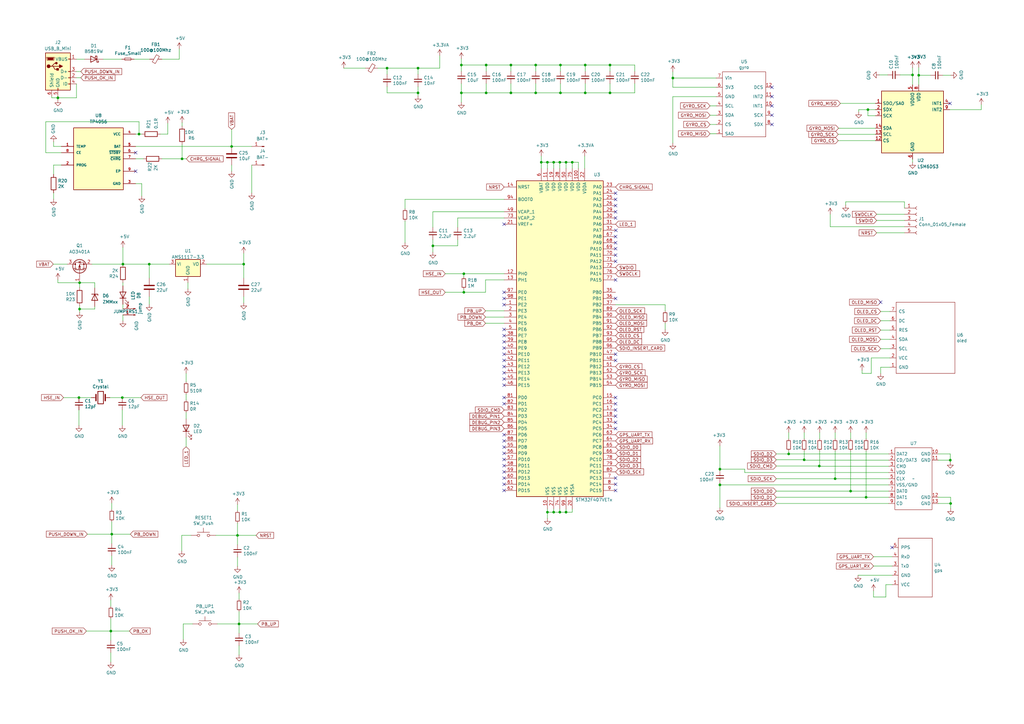
<source format=kicad_sch>
(kicad_sch (version 20230121) (generator eeschema)
  (paper "A3")
  (title_block (title "Licznik Motocyklowy") (date "2020-07-30") (company "Grzegorz Warchol"))
  (junction (at 94.996 60.071))
  (junction (at 50.165 163.068))
  (junction (at 329.819 188.595))
  (junction (at 229.616 66.548))
  (junction (at 99.949 108.331))
  (junction (at 227.076 210.058))
  (junction (at 209.55 26.67))
  (junction (at 57.023 54.991))
  (junction (at 250.19 38.1))
  (junction (at 190.246 119.888))
  (junction (at 229.616 210.058))
  (junction (at 171.45 38.1))
  (junction (at 336.042 191.135))
  (junction (at 50.419 108.331))
  (junction (at 240.03 26.67))
  (junction (at 23.749 40.132))
  (junction (at 189.23 26.67))
  (junction (at 45.847 219.075))
  (junction (at 323.469 186.182))
  (junction (at 45.466 258.826))
  (junction (at 158.75 27.94))
  (junction (at 219.71 38.1))
  (junction (at 355.981 44.958))
  (junction (at 355.219 203.962))
  (junction (at 97.409 219.583))
  (junction (at 342.519 196.342))
  (junction (at 234.696 66.548))
  (junction (at 219.71 26.67))
  (junction (at 171.45 27.94))
  (junction (at 389.89 206.502))
  (junction (at 232.156 66.548))
  (junction (at 189.23 38.1))
  (junction (at 190.246 112.268))
  (junction (at 199.39 26.67))
  (junction (at 232.156 210.058))
  (junction (at 374.269 30.734))
  (junction (at 389.763 188.722))
  (junction (at 224.536 210.058))
  (junction (at 199.39 38.1))
  (junction (at 250.19 26.67))
  (junction (at 177.546 100.838))
  (junction (at 229.87 38.1))
  (junction (at 32.639 126.746))
  (junction (at 227.076 66.548))
  (junction (at 275.971 32.004))
  (junction (at 348.869 201.422))
  (junction (at 224.536 66.548))
  (junction (at 376.809 30.861))
  (junction (at 209.55 38.1))
  (junction (at 221.996 66.548))
  (junction (at 295.275 198.882))
  (junction (at 240.03 38.1))
  (junction (at 229.87 26.67))
  (junction (at 74.676 65.151))
  (junction (at 32.385 163.068))
  (junction (at 61.214 108.331))
  (junction (at 295.275 192.405))
  (junction (at 32.639 115.951))
  (junction (at 98.044 255.905))
  (no_connect (at 252.476 196.088))
  (no_connect (at 252.476 81.788))
  (no_connect (at 252.476 114.808))
  (no_connect (at 252.476 79.248))
  (no_connect (at 252.476 84.328))
  (no_connect (at 206.756 119.888))
  (no_connect (at 206.756 180.848))
  (no_connect (at 316.611 43.434))
  (no_connect (at 206.756 185.928))
  (no_connect (at 316.611 35.814))
  (no_connect (at 252.476 175.768))
  (no_connect (at 252.603 94.488))
  (no_connect (at 252.476 101.981))
  (no_connect (at 252.476 99.568))
  (no_connect (at 252.476 163.068))
  (no_connect (at 206.756 198.628))
  (no_connect (at 252.476 122.428))
  (no_connect (at 206.756 191.008))
  (no_connect (at 252.476 198.628))
  (no_connect (at 316.611 39.624))
  (no_connect (at 55.626 62.611))
  (no_connect (at 206.756 150.368))
  (no_connect (at 206.756 140.208))
  (no_connect (at 206.756 201.168))
  (no_connect (at 389.636 42.418))
  (no_connect (at 206.756 147.828))
  (no_connect (at 252.476 145.288))
  (no_connect (at 206.756 155.448))
  (no_connect (at 252.476 201.168))
  (no_connect (at 361.188 123.952))
  (no_connect (at 206.756 152.908))
  (no_connect (at 252.476 165.608))
  (no_connect (at 206.756 142.748))
  (no_connect (at 316.611 51.054))
  (no_connect (at 206.756 163.068))
  (no_connect (at 252.476 170.688))
  (no_connect (at 316.611 47.244))
  (no_connect (at 252.476 89.408))
  (no_connect (at 206.756 122.428))
  (no_connect (at 206.756 183.388))
  (no_connect (at 206.756 135.128))
  (no_connect (at 365.887 224.536))
  (no_connect (at 206.756 193.548))
  (no_connect (at 206.756 145.288))
  (no_connect (at 206.756 137.668))
  (no_connect (at 206.756 157.988))
  (no_connect (at 206.756 196.088))
  (no_connect (at 252.476 168.148))
  (no_connect (at 252.476 173.228))
  (no_connect (at 206.756 124.968))
  (no_connect (at 206.756 91.948))
  (no_connect (at 206.756 178.308))
  (no_connect (at 55.626 70.231))
  (no_connect (at 206.756 165.608))
  (no_connect (at 252.476 97.028))
  (no_connect (at 252.476 147.828))
  (no_connect (at 252.476 104.648))
  (no_connect (at 206.756 188.468))
  (no_connect (at 252.476 107.188))
  (no_connect (at 252.476 86.868))
  (wire (pts (xy 260.35 29.21) (xy 260.35 26.67)))
  (wire (pts (xy 76.327 153.162) (xy 76.327 156.591)))
  (wire (pts (xy 219.71 34.29) (xy 219.71 38.1)))
  (wire (pts (xy 343.789 57.658) (xy 359.029 57.658)))
  (wire (pts (xy 18.796 62.611) (xy 18.796 49.911)))
  (wire (pts (xy 182.626 112.268) (xy 190.246 112.268)))
  (wire (pts (xy 166.116 90.678) (xy 166.116 99.568)))
  (wire (pts (xy 348.869 177.419) (xy 348.869 179.959)))
  (wire (pts (xy 209.55 26.67) (xy 199.39 26.67)))
  (wire (pts (xy 318.389 201.422) (xy 348.869 201.422)))
  (wire (pts (xy 99.949 121.666) (xy 99.949 124.206)))
  (wire (pts (xy 50.419 129.159) (xy 50.419 131.572)))
  (wire (pts (xy 45.847 219.075) (xy 45.847 213.995)))
  (wire (pts (xy 32.639 125.476) (xy 32.639 126.746)))
  (wire (pts (xy 272.796 124.968) (xy 272.796 127.508)))
  (wire (pts (xy 221.996 64.008) (xy 221.996 66.548)))
  (wire (pts (xy 374.269 27.813) (xy 374.269 30.734)))
  (wire (pts (xy 232.156 210.058) (xy 234.696 210.058)))
  (wire (pts (xy 21.971 71.501) (xy 21.971 67.691)))
  (wire (pts (xy 229.616 210.058) (xy 232.156 210.058)))
  (wire (pts (xy 342.519 185.039) (xy 342.519 196.342)))
  (wire (pts (xy 250.19 38.1) (xy 260.35 38.1)))
  (wire (pts (xy 177.546 98.298) (xy 177.546 100.838)))
  (wire (pts (xy 295.275 198.882) (xy 295.275 208.28)))
  (wire (pts (xy 97.409 209.423) (xy 97.409 206.883)))
  (wire (pts (xy 189.23 34.29) (xy 189.23 38.1)))
  (wire (pts (xy 38.862 126.746) (xy 38.862 125.73)))
  (wire (pts (xy 291.211 43.434) (xy 293.751 43.434)))
  (wire (pts (xy 76.327 169.164) (xy 76.327 171.831)))
  (wire (pts (xy 23.749 115.951) (xy 32.639 115.951)))
  (wire (pts (xy 42.291 24.257) (xy 49.911 24.257)))
  (wire (pts (xy 370.967 90.424) (xy 359.537 90.424)))
  (wire (pts (xy 158.75 27.94) (xy 158.75 30.48)))
  (wire (pts (xy 370.967 85.344) (xy 370.967 82.804)))
  (wire (pts (xy 275.971 29.464) (xy 275.971 32.004)))
  (wire (pts (xy 68.834 50.546) (xy 68.834 54.991)))
  (wire (pts (xy 323.469 186.182) (xy 364.49 186.182)))
  (wire (pts (xy 348.869 201.422) (xy 364.49 201.422)))
  (wire (pts (xy 32.639 126.746) (xy 32.639 128.016)))
  (wire (pts (xy 189.23 24.13) (xy 189.23 26.67)))
  (wire (pts (xy 21.209 40.132) (xy 23.749 40.132)))
  (wire (pts (xy 351.917 235.966) (xy 365.887 235.966)))
  (wire (pts (xy 45.466 258.826) (xy 45.466 253.746)))
  (wire (pts (xy 329.819 177.419) (xy 329.819 179.959)))
  (wire (pts (xy 50.419 124.841) (xy 50.419 126.619)))
  (wire (pts (xy 353.568 151.892) (xy 353.568 153.162)))
  (wire (pts (xy 227.076 208.788) (xy 227.076 210.058)))
  (wire (pts (xy 358.267 244.856) (xy 363.347 244.856)))
  (wire (pts (xy 318.389 191.135) (xy 336.042 191.135)))
  (wire (pts (xy 158.75 35.56) (xy 158.75 38.1)))
  (wire (pts (xy 166.116 81.788) (xy 166.116 85.598)))
  (wire (pts (xy 23.749 39.497) (xy 23.749 40.132)))
  (wire (pts (xy 206.756 81.788) (xy 166.116 81.788)))
  (wire (pts (xy 45.847 222.885) (xy 45.847 219.075)))
  (wire (pts (xy 343.916 52.578) (xy 359.029 52.578)))
  (wire (pts (xy 239.776 64.008) (xy 239.776 69.088)))
  (wire (pts (xy 336.042 191.262) (xy 364.49 191.262)))
  (wire (pts (xy 234.696 69.088) (xy 234.696 66.548)))
  (wire (pts (xy 209.55 38.1) (xy 219.71 38.1)))
  (wire (pts (xy 323.469 185.039) (xy 323.469 186.182)))
  (wire (pts (xy 206.756 127.508) (xy 199.136 127.508)))
  (wire (pts (xy 386.715 30.861) (xy 389.89 30.861)))
  (wire (pts (xy 209.55 34.29) (xy 209.55 38.1)))
  (wire (pts (xy 237.236 69.088) (xy 237.236 66.548)))
  (wire (pts (xy 221.996 66.548) (xy 221.996 69.088)))
  (wire (pts (xy 189.23 26.67) (xy 189.23 29.21)))
  (wire (pts (xy 31.369 40.132) (xy 23.749 40.132)))
  (wire (pts (xy 219.71 26.67) (xy 219.71 29.21)))
  (wire (pts (xy 229.87 26.67) (xy 219.71 26.67)))
  (wire (pts (xy 229.87 34.29) (xy 229.87 38.1)))
  (wire (pts (xy 209.55 26.67) (xy 209.55 29.21)))
  (wire (pts (xy 199.39 38.1) (xy 209.55 38.1)))
  (wire (pts (xy 55.626 60.071) (xy 94.996 60.071)))
  (wire (pts (xy 182.626 119.888) (xy 190.246 119.888)))
  (wire (pts (xy 260.35 38.1) (xy 260.35 34.29)))
  (wire (pts (xy 357.378 146.812) (xy 364.998 146.812)))
  (wire (pts (xy 370.967 82.804) (xy 346.837 82.804)))
  (wire (pts (xy 199.39 26.67) (xy 189.23 26.67)))
  (wire (pts (xy 348.869 201.422) (xy 348.869 185.039)))
  (wire (pts (xy 355.981 47.498) (xy 355.981 44.958)))
  (wire (pts (xy 360.68 30.734) (xy 364.109 30.734)))
  (wire (pts (xy 199.136 114.808) (xy 199.136 119.888)))
  (wire (pts (xy 275.971 32.004) (xy 293.751 32.004)))
  (wire (pts (xy 295.275 192.405) (xy 295.275 193.04)))
  (wire (pts (xy 55.626 75.311) (xy 58.166 75.311)))
  (wire (pts (xy 75.184 255.905) (xy 75.184 262.255)))
  (wire (pts (xy 364.998 127.762) (xy 361.188 127.762)))
  (wire (pts (xy 343.789 55.118) (xy 359.029 55.118)))
  (wire (pts (xy 73.533 24.257) (xy 73.533 20.066)))
  (wire (pts (xy 318.389 186.182) (xy 323.469 186.182)))
  (wire (pts (xy 45.466 248.666) (xy 45.466 246.126)))
  (wire (pts (xy 61.214 108.331) (xy 61.214 114.046)))
  (wire (pts (xy 50.165 163.068) (xy 57.785 163.068)))
  (wire (pts (xy 189.23 38.1) (xy 189.23 41.91)))
  (wire (pts (xy 50.419 115.951) (xy 50.419 117.221)))
  (wire (pts (xy 31.369 29.337) (xy 33.147 29.337)))
  (wire (pts (xy 229.616 66.548) (xy 227.076 66.548)))
  (wire (pts (xy 171.45 27.94) (xy 171.45 30.48)))
  (wire (pts (xy 232.156 208.788) (xy 232.156 210.058)))
  (wire (pts (xy 189.23 38.1) (xy 199.39 38.1)))
  (wire (pts (xy 364.49 193.802) (xy 305.435 193.802)))
  (wire (pts (xy 389.763 188.722) (xy 389.763 189.484)))
  (wire (pts (xy 389.509 44.958) (xy 402.463 44.958)))
  (wire (pts (xy 23.749 114.681) (xy 23.749 115.951)))
  (wire (pts (xy 355.219 177.419) (xy 355.219 179.959)))
  (wire (pts (xy 229.87 26.67) (xy 229.87 29.21)))
  (wire (pts (xy 21.209 39.497) (xy 21.209 40.132)))
  (wire (pts (xy 54.991 24.257) (xy 61.341 24.257)))
  (wire (pts (xy 275.971 35.814) (xy 293.751 35.814)))
  (wire (pts (xy 232.156 69.088) (xy 232.156 66.548)))
  (wire (pts (xy 88.519 219.583) (xy 97.409 219.583)))
  (wire (pts (xy 21.971 79.121) (xy 21.971 81.661)))
  (wire (pts (xy 358.267 232.156) (xy 365.887 232.156)))
  (wire (pts (xy 45.085 163.068) (xy 50.165 163.068)))
  (wire (pts (xy 25.146 62.611) (xy 18.796 62.611)))
  (wire (pts (xy 154.94 27.94) (xy 158.75 27.94)))
  (wire (pts (xy 35.814 219.075) (xy 45.847 219.075)))
  (wire (pts (xy 293.751 39.624) (xy 275.971 39.624)))
  (wire (pts (xy 250.19 26.67) (xy 250.19 29.21)))
  (wire (pts (xy 32.385 163.068) (xy 26.035 163.068)))
  (wire (pts (xy 295.275 198.12) (xy 295.275 198.882)))
  (wire (pts (xy 180.34 27.94) (xy 180.34 22.86)))
  (wire (pts (xy 140.97 27.94) (xy 149.86 27.94)))
  (wire (pts (xy 187.706 89.408) (xy 187.706 93.218)))
  (wire (pts (xy 272.796 132.588) (xy 272.796 135.128)))
  (wire (pts (xy 32.385 168.148) (xy 32.385 174.498)))
  (wire (pts (xy 364.49 198.882) (xy 295.275 198.882)))
  (wire (pts (xy 369.189 30.734) (xy 374.269 30.734)))
  (wire (pts (xy 229.616 69.088) (xy 229.616 66.548)))
  (wire (pts (xy 224.536 210.058) (xy 224.536 212.598)))
  (wire (pts (xy 305.435 192.405) (xy 295.275 192.405)))
  (wire (pts (xy 38.862 115.951) (xy 38.862 118.11)))
  (wire (pts (xy 224.536 69.088) (xy 224.536 66.548)))
  (wire (pts (xy 94.996 53.086) (xy 94.996 60.071)))
  (wire (pts (xy 98.044 255.905) (xy 98.044 250.825)))
  (wire (pts (xy 363.347 239.776) (xy 365.887 239.776)))
  (wire (pts (xy 66.421 65.151) (xy 74.676 65.151)))
  (wire (pts (xy 240.03 26.67) (xy 240.03 29.21)))
  (wire (pts (xy 21.971 67.691) (xy 25.146 67.691)))
  (wire (pts (xy 376.809 30.861) (xy 381.635 30.861)))
  (wire (pts (xy 384.81 203.962) (xy 389.89 203.962)))
  (wire (pts (xy 318.389 206.502) (xy 364.49 206.502)))
  (wire (pts (xy 99.949 108.331) (xy 99.949 114.046)))
  (wire (pts (xy 171.45 38.1) (xy 171.45 39.37)))
  (wire (pts (xy 295.275 182.88) (xy 295.275 192.405)))
  (wire (pts (xy 329.819 188.595) (xy 329.819 188.722)))
  (wire (pts (xy 89.154 255.905) (xy 98.044 255.905)))
  (wire (pts (xy 355.219 203.962) (xy 364.49 203.962)))
  (wire (pts (xy 45.847 208.915) (xy 45.847 206.375)))
  (wire (pts (xy 364.998 150.622) (xy 361.188 150.622)))
  (wire (pts (xy 97.409 219.583) (xy 105.029 219.583)))
  (wire (pts (xy 97.409 219.583) (xy 97.409 214.503)))
  (wire (pts (xy 352.171 45.847) (xy 352.171 44.958)))
  (wire (pts (xy 98.044 264.795) (xy 98.044 268.605)))
  (wire (pts (xy 206.756 132.588) (xy 199.136 132.588)))
  (wire (pts (xy 323.469 177.419) (xy 323.469 179.959)))
  (wire (pts (xy 31.369 34.417) (xy 31.369 40.132)))
  (wire (pts (xy 384.81 188.722) (xy 389.763 188.722)))
  (wire (pts (xy 234.696 66.548) (xy 232.156 66.548)))
  (wire (pts (xy 342.519 196.342) (xy 364.49 196.342)))
  (wire (pts (xy 355.981 44.958) (xy 359.029 44.958)))
  (wire (pts (xy 37.719 108.331) (xy 50.419 108.331)))
  (wire (pts (xy 291.211 54.864) (xy 293.751 54.864)))
  (wire (pts (xy 361.188 139.192) (xy 364.998 139.192)))
  (wire (pts (xy 171.45 27.94) (xy 180.34 27.94)))
  (wire (pts (xy 402.463 44.958) (xy 402.463 42.926)))
  (wire (pts (xy 177.546 86.868) (xy 206.756 86.868)))
  (wire (pts (xy 318.389 188.595) (xy 329.819 188.595)))
  (wire (pts (xy 240.03 34.29) (xy 240.03 38.1)))
  (wire (pts (xy 229.87 38.1) (xy 240.03 38.1)))
  (wire (pts (xy 50.419 108.331) (xy 61.214 108.331)))
  (wire (pts (xy 158.75 27.94) (xy 171.45 27.94)))
  (wire (pts (xy 363.347 244.856) (xy 363.347 239.776)))
  (wire (pts (xy 98.044 245.745) (xy 98.044 243.205)))
  (wire (pts (xy 78.359 219.583) (xy 74.549 219.583)))
  (wire (pts (xy 99.949 103.886) (xy 99.949 108.331)))
  (wire (pts (xy 359.029 47.498) (xy 355.981 47.498)))
  (wire (pts (xy 355.219 185.039) (xy 355.219 203.962)))
  (wire (pts (xy 34.671 24.257) (xy 31.369 24.257)))
  (wire (pts (xy 21.844 108.331) (xy 27.559 108.331)))
  (wire (pts (xy 94.996 60.071) (xy 103.251 60.071)))
  (wire (pts (xy 389.89 203.962) (xy 389.89 206.502)))
  (wire (pts (xy 224.536 66.548) (xy 221.996 66.548)))
  (wire (pts (xy 23.749 40.132) (xy 23.749 40.894)))
  (wire (pts (xy 45.466 258.826) (xy 53.086 258.826)))
  (wire (pts (xy 21.971 60.071) (xy 25.146 60.071)))
  (wire (pts (xy 74.549 219.583) (xy 74.549 225.933)))
  (wire (pts (xy 361.188 131.572) (xy 364.998 131.572)))
  (wire (pts (xy 58.166 75.311) (xy 58.166 80.391)))
  (wire (pts (xy 374.269 34.798) (xy 374.269 30.734)))
  (wire (pts (xy 234.696 208.788) (xy 234.696 210.058)))
  (wire (pts (xy 384.937 186.182) (xy 389.763 186.182)))
  (wire (pts (xy 389.763 186.182) (xy 389.763 188.722)))
  (wire (pts (xy 97.409 228.473) (xy 97.409 232.283)))
  (wire (pts (xy 329.819 185.039) (xy 329.819 188.595)))
  (wire (pts (xy 384.81 206.502) (xy 389.89 206.502)))
  (wire (pts (xy 365.887 228.346) (xy 358.267 228.346)))
  (wire (pts (xy 227.076 69.088) (xy 227.076 66.548)))
  (wire (pts (xy 76.327 179.451) (xy 76.327 183.261)))
  (wire (pts (xy 57.023 49.911) (xy 57.023 54.991)))
  (wire (pts (xy 199.136 130.048) (xy 206.756 130.048)))
  (wire (pts (xy 18.796 49.911) (xy 57.023 49.911)))
  (wire (pts (xy 260.35 26.67) (xy 250.19 26.67)))
  (wire (pts (xy 190.246 112.268) (xy 206.756 112.268)))
  (wire (pts (xy 342.519 177.419) (xy 342.519 179.959)))
  (wire (pts (xy 187.706 98.298) (xy 187.706 100.838)))
  (wire (pts (xy 199.39 34.29) (xy 199.39 38.1)))
  (wire (pts (xy 240.03 38.1) (xy 250.19 38.1)))
  (wire (pts (xy 171.45 35.56) (xy 171.45 38.1)))
  (wire (pts (xy 50.419 101.473) (xy 50.419 108.331)))
  (wire (pts (xy 227.076 210.058) (xy 224.536 210.058)))
  (wire (pts (xy 57.023 54.991) (xy 58.166 54.991)))
  (wire (pts (xy 232.156 66.548) (xy 229.616 66.548)))
  (wire (pts (xy 250.19 34.29) (xy 250.19 38.1)))
  (wire (pts (xy 74.676 50.292) (xy 74.676 51.689)))
  (wire (pts (xy 76.327 161.671) (xy 76.327 164.084)))
  (wire (pts (xy 32.639 115.951) (xy 32.639 117.856)))
  (wire (pts (xy 50.165 168.148) (xy 50.165 174.498)))
  (wire (pts (xy 227.076 210.058) (xy 229.616 210.058)))
  (wire (pts (xy 55.626 54.991) (xy 57.023 54.991)))
  (wire (pts (xy 361.188 150.622) (xy 361.188 153.162)))
  (wire (pts (xy 275.971 35.814) (xy 275.971 32.004)))
  (wire (pts (xy 98.044 259.715) (xy 98.044 255.905)))
  (wire (pts (xy 190.246 119.888) (xy 190.246 118.618)))
  (wire (pts (xy 66.421 24.257) (xy 73.533 24.257)))
  (wire (pts (xy 65.786 54.991) (xy 68.834 54.991)))
  (wire (pts (xy 370.967 95.504) (xy 359.537 95.504)))
  (wire (pts (xy 187.706 100.838) (xy 177.546 100.838)))
  (wire (pts (xy 158.75 38.1) (xy 171.45 38.1)))
  (wire (pts (xy 61.214 121.666) (xy 61.214 124.841)))
  (wire (pts (xy 55.626 65.151) (xy 58.801 65.151)))
  (wire (pts (xy 32.385 163.068) (xy 37.465 163.068)))
  (wire (pts (xy 74.676 65.151) (xy 76.454 65.151)))
  (wire (pts (xy 32.639 115.951) (xy 38.862 115.951)))
  (wire (pts (xy 31.369 31.877) (xy 33.147 31.877)))
  (wire (pts (xy 318.389 203.962) (xy 355.219 203.962)))
  (wire (pts (xy 97.409 223.393) (xy 97.409 219.583)))
  (wire (pts (xy 361.188 135.382) (xy 364.998 135.382)))
  (wire (pts (xy 94.996 67.691) (xy 94.996 70.231)))
  (wire (pts (xy 206.756 114.808) (xy 199.136 114.808)))
  (wire (pts (xy 370.967 87.884) (xy 359.537 87.884)))
  (wire (pts (xy 336.042 191.135) (xy 336.169 191.135)))
  (wire (pts (xy 346.837 82.804) (xy 346.837 84.074)))
  (wire (pts (xy 370.967 92.964) (xy 340.487 92.964)))
  (wire (pts (xy 45.466 267.716) (xy 45.466 271.526)))
  (wire (pts (xy 305.435 193.802) (xy 305.435 192.405)))
  (wire (pts (xy 340.487 92.964) (xy 340.487 87.884)))
  (wire (pts (xy 252.476 124.968) (xy 272.796 124.968)))
  (wire (pts (xy 78.994 255.905) (xy 75.184 255.905)))
  (wire (pts (xy 291.211 51.054) (xy 293.751 51.054)))
  (wire (pts (xy 190.246 112.268) (xy 190.246 113.538)))
  (wire (pts (xy 45.847 227.965) (xy 45.847 231.775)))
  (wire (pts (xy 32.639 126.746) (xy 38.862 126.746)))
  (wire (pts (xy 177.546 100.838) (xy 177.546 103.378)))
  (wire (pts (xy 227.076 66.548) (xy 224.536 66.548)))
  (wire (pts (xy 77.089 115.951) (xy 77.089 118.491)))
  (wire (pts (xy 187.706 89.408) (xy 206.756 89.408)))
  (wire (pts (xy 219.71 26.67) (xy 209.55 26.67)))
  (wire (pts (xy 353.568 153.162) (xy 357.378 153.162)))
  (wire (pts (xy 329.819 188.722) (xy 364.49 188.722)))
  (wire (pts (xy 103.251 67.691) (xy 103.251 79.121)))
  (wire (pts (xy 84.709 108.331) (xy 99.949 108.331)))
  (wire (pts (xy 229.616 208.788) (xy 229.616 210.058)))
  (wire (pts (xy 250.19 26.67) (xy 240.03 26.67)))
  (wire (pts (xy 358.267 242.316) (xy 358.267 244.856)))
  (wire (pts (xy 361.188 143.002) (xy 364.998 143.002)))
  (wire (pts (xy 177.546 86.868) (xy 177.546 93.218)))
  (wire (pts (xy 291.211 47.244) (xy 293.751 47.244)))
  (wire (pts (xy 35.433 258.826) (xy 45.466 258.826)))
  (wire (pts (xy 376.809 34.798) (xy 376.809 30.861)))
  (wire (pts (xy 224.536 208.788) (xy 224.536 210.058)))
  (wire (pts (xy 74.676 59.309) (xy 74.676 65.151)))
  (wire (pts (xy 318.389 196.342) (xy 342.519 196.342)))
  (wire (pts (xy 374.269 65.278) (xy 374.269 66.548)))
  (wire (pts (xy 336.169 177.419) (xy 336.169 179.959)))
  (wire (pts (xy 219.71 38.1) (xy 229.87 38.1)))
  (wire (pts (xy 357.378 153.162) (xy 357.378 146.812)))
  (wire (pts (xy 21.971 58.166) (xy 21.971 60.071)))
  (wire (pts (xy 336.169 185.039) (xy 336.169 191.135)))
  (wire (pts (xy 240.03 26.67) (xy 229.87 26.67)))
  (wire (pts (xy 389.89 206.502) (xy 389.89 208.534)))
  (wire (pts (xy 352.171 44.958) (xy 355.981 44.958)))
  (wire (pts (xy 45.847 219.075) (xy 53.467 219.075)))
  (wire (pts (xy 61.214 108.331) (xy 69.469 108.331)))
  (wire (pts (xy 344.678 42.418) (xy 359.029 42.418)))
  (wire (pts (xy 275.971 39.624) (xy 275.971 58.674)))
  (wire (pts (xy 199.39 26.67) (xy 199.39 29.21)))
  (wire (pts (xy 98.044 255.905) (xy 105.664 255.905)))
  (wire (pts (xy 336.042 191.262) (xy 336.042 191.135)))
  (wire (pts (xy 45.466 262.636) (xy 45.466 258.826)))
  (wire (pts (xy 237.236 66.548) (xy 234.696 66.548)))
  (wire (pts (xy 199.136 119.888) (xy 190.246 119.888)))
  (wire (pts (xy 376.809 27.686) (xy 376.809 30.861)))
  (global_label "GYRO_CS" (shape input) (at 252.476 150.368 0) (property "Intersheetrefs" "${INTERSHEET_REFS}" (effects hide)))
  (global_label "GYRO_SCK" (shape input) (at 252.476 152.908 0) (property "Intersheetrefs" "${INTERSHEET_REFS}" (effects hide)))
  (global_label "GPS_UART_TX" (shape input) (at 358.267 228.346 180) (property "Intersheetrefs" "${INTERSHEET_REFS}" (effects hide)))
  (global_label "GYRO_CS" (shape input) (at 291.211 51.054 180) (property "Intersheetrefs" "${INTERSHEET_REFS}" (effects hide)))
  (global_label "GYRO_SCK" (shape input) (at 291.211 43.434 180) (property "Intersheetrefs" "${INTERSHEET_REFS}" (effects hide)))
  (global_label "NRST" (shape input) (at 359.537 95.504 180) (property "Intersheetrefs" "${INTERSHEET_REFS}" (effects hide)))
  (global_label "LED_1" (shape input) (at 252.476 91.948 0) (property "Intersheetrefs" "${INTERSHEET_REFS}" (effects hide)))
  (global_label "PB_OK" (shape input) (at 199.136 132.588 180) (property "Intersheetrefs" "${INTERSHEET_REFS}" (effects hide)))
  (global_label "SDIO_D1" (shape input) (at 252.476 185.928 0) (property "Intersheetrefs" "${INTERSHEET_REFS}" (effects hide)))
  (global_label "OLED_DC" (shape input) (at 361.188 131.572 180) (property "Intersheetrefs" "${INTERSHEET_REFS}" (effects hide)))
  (global_label "GYRO_MOSI" (shape input) (at 252.476 157.988 0) (property "Intersheetrefs" "${INTERSHEET_REFS}" (effects hide)))
  (global_label "CHRG_SIGNAL" (shape input) (at 252.476 76.708 0) (property "Intersheetrefs" "${INTERSHEET_REFS}" (effects hide)))
  (global_label "OLED_MOSI" (shape input) (at 361.188 139.192 180) (property "Intersheetrefs" "${INTERSHEET_REFS}" (effects hide)))
  (global_label "GPS_UART_RX" (shape input) (at 358.267 232.156 180) (property "Intersheetrefs" "${INTERSHEET_REFS}" (effects hide)))
  (global_label "DEBUG_PIN2" (shape input) (at 206.756 173.228 180) (property "Intersheetrefs" "${INTERSHEET_REFS}" (effects hide)))
  (global_label "SWDIO" (shape input) (at 359.537 90.424 180) (property "Intersheetrefs" "${INTERSHEET_REFS}" (effects hide)))
  (global_label "GPS_UART_TX" (shape input) (at 252.476 178.308 0) (property "Intersheetrefs" "${INTERSHEET_REFS}" (effects hide)))
  (global_label "NRST" (shape input) (at 206.756 76.708 180) (property "Intersheetrefs" "${INTERSHEET_REFS}" (effects hide)))
  (global_label "OLED_CS" (shape input) (at 361.188 127.762 180) (property "Intersheetrefs" "${INTERSHEET_REFS}" (effects hide)))
  (global_label "SDIO_INSERT_CARD" (shape input) (at 318.389 206.502 180) (property "Intersheetrefs" "${INTERSHEET_REFS}" (effects hide)))
  (global_label "PUSH_DOWN_IN" (shape input) (at 33.147 29.337 0) (property "Intersheetrefs" "${INTERSHEET_REFS}" (effects hide)))
  (global_label "SWDCLK" (shape input) (at 252.476 112.268 0) (property "Intersheetrefs" "${INTERSHEET_REFS}" (effects hide)))
  (global_label "OLED_MOSI" (shape input) (at 252.476 132.588 0) (property "Intersheetrefs" "${INTERSHEET_REFS}" (effects hide)))
  (global_label "SDIO_D0" (shape input) (at 252.476 183.388 0) (property "Intersheetrefs" "${INTERSHEET_REFS}" (effects hide)))
  (global_label "PB_DOWN" (shape input) (at 53.467 219.075 0) (property "Intersheetrefs" "${INTERSHEET_REFS}" (effects hide)))
  (global_label "HSE_IN" (shape input) (at 26.035 163.068 180) (property "Intersheetrefs" "${INTERSHEET_REFS}" (effects hide)))
  (global_label "OLED_MISO" (shape input) (at 252.476 130.048 0) (property "Intersheetrefs" "${INTERSHEET_REFS}" (effects hide)))
  (global_label "OLED_DC" (shape input) (at 252.476 140.208 0) (property "Intersheetrefs" "${INTERSHEET_REFS}" (effects hide)))
  (global_label "OLED_CS" (shape input) (at 252.476 137.668 0) (property "Intersheetrefs" "${INTERSHEET_REFS}" (effects hide)))
  (global_label "HSE_IN" (shape input) (at 182.626 112.268 180) (property "Intersheetrefs" "${INTERSHEET_REFS}" (effects hide)))
  (global_label "OLED_RST" (shape input) (at 252.476 135.128 0) (property "Intersheetrefs" "${INTERSHEET_REFS}" (effects hide)))
  (global_label "SDIO_D2" (shape input) (at 318.389 186.182 180) (property "Intersheetrefs" "${INTERSHEET_REFS}" (effects hide)))
  (global_label "PB_UP" (shape input) (at 105.664 255.905 0) (property "Intersheetrefs" "${INTERSHEET_REFS}" (effects hide)))
  (global_label "OLED_SCK" (shape input) (at 252.476 127.508 0) (property "Intersheetrefs" "${INTERSHEET_REFS}" (effects hide)))
  (global_label "SDIO_CMD" (shape input) (at 318.389 191.135 180) (property "Intersheetrefs" "${INTERSHEET_REFS}" (effects hide)))
  (global_label "LED_1" (shape input) (at 76.327 183.261 270) (property "Intersheetrefs" "${INTERSHEET_REFS}" (effects hide)))
  (global_label "GYRO_MISO" (shape input) (at 252.476 155.448 0) (property "Intersheetrefs" "${INTERSHEET_REFS}" (effects hide)))
  (global_label "GYRO_MOSI" (shape input) (at 291.211 47.244 180) (property "Intersheetrefs" "${INTERSHEET_REFS}" (effects hide)))
  (global_label "OLED_RST" (shape input) (at 361.188 135.382 180) (property "Intersheetrefs" "${INTERSHEET_REFS}" (effects hide)))
  (global_label "VBAT" (shape input) (at 94.996 53.086 90) (property "Intersheetrefs" "${INTERSHEET_REFS}" (effects hide)))
  (global_label "PUSH_OK_IN" (shape input) (at 33.147 31.877 0) (property "Intersheetrefs" "${INTERSHEET_REFS}" (effects hide)))
  (global_label "HSE_OUT" (shape input) (at 182.626 119.888 180) (property "Intersheetrefs" "${INTERSHEET_REFS}" (effects hide)))
  (global_label "GYRO_MISO" (shape input) (at 344.678 42.418 180) (property "Intersheetrefs" "${INTERSHEET_REFS}" (effects hide)))
  (global_label "PB_UP" (shape input) (at 199.136 127.508 180) (property "Intersheetrefs" "${INTERSHEET_REFS}" (effects hide)))
  (global_label "DEBUG_PIN1" (shape input) (at 206.756 170.688 180) (property "Intersheetrefs" "${INTERSHEET_REFS}" (effects hide)))
  (global_label "NRST" (shape input) (at 105.029 219.583 0) (property "Intersheetrefs" "${INTERSHEET_REFS}" (effects hide)))
  (global_label "PB_OK" (shape input) (at 53.086 258.826 0) (property "Intersheetrefs" "${INTERSHEET_REFS}" (effects hide)))
  (global_label "DEBUG_PIN3" (shape input) (at 206.756 175.768 180) (property "Intersheetrefs" "${INTERSHEET_REFS}" (effects hide)))
  (global_label "OLED_MISO" (shape input) (at 361.188 123.952 180) (property "Intersheetrefs" "${INTERSHEET_REFS}" (effects hide)))
  (global_label "SDIO_D0" (shape input) (at 318.389 201.422 180) (property "Intersheetrefs" "${INTERSHEET_REFS}" (effects hide)))
  (global_label "PB_DOWN" (shape input) (at 199.136 130.048 180) (property "Intersheetrefs" "${INTERSHEET_REFS}" (effects hide)))
  (global_label "SWDIO" (shape input) (at 252.476 109.728 0) (property "Intersheetrefs" "${INTERSHEET_REFS}" (effects hide)))
  (global_label "SDIO_INSERT_CARD" (shape input) (at 252.476 142.748 0) (property "Intersheetrefs" "${INTERSHEET_REFS}" (effects hide)))
  (global_label "SDIO_D1" (shape input) (at 318.389 203.962 180) (property "Intersheetrefs" "${INTERSHEET_REFS}" (effects hide)))
  (global_label "OLED_SCK" (shape input) (at 361.188 143.002 180) (property "Intersheetrefs" "${INTERSHEET_REFS}" (effects hide)))
  (global_label "GYRO_MOSI" (shape input) (at 343.916 52.578 180) (property "Intersheetrefs" "${INTERSHEET_REFS}" (effects hide)))
  (global_label "SWDCLK" (shape input) (at 359.537 87.884 180) (property "Intersheetrefs" "${INTERSHEET_REFS}" (effects hide)))
  (global_label "VBAT" (shape input) (at 21.844 108.331 180) (property "Intersheetrefs" "${INTERSHEET_REFS}" (effects hide)))
  (global_label "PUSH_OK_IN" (shape input) (at 35.433 258.826 180) (property "Intersheetrefs" "${INTERSHEET_REFS}" (effects hide)))
  (global_label "GYRO_CS" (shape input) (at 343.789 57.658 180) (property "Intersheetrefs" "${INTERSHEET_REFS}" (effects hide)))
  (global_label "SDIO_D2" (shape input) (at 252.476 188.468 0) (property "Intersheetrefs" "${INTERSHEET_REFS}" (effects hide)))
  (global_label "SDIO_D3" (shape input) (at 252.476 191.008 0) (property "Intersheetrefs" "${INTERSHEET_REFS}" (effects hide)))
  (global_label "GPS_UART_RX" (shape input) (at 252.476 180.848 0) (property "Intersheetrefs" "${INTERSHEET_REFS}" (effects hide)))
  (global_label "SDIO_SCK" (shape input) (at 252.476 193.548 0) (property "Intersheetrefs" "${INTERSHEET_REFS}" (effects hide)))
  (global_label "GYRO_SCK" (shape input) (at 343.789 55.118 180) (property "Intersheetrefs" "${INTERSHEET_REFS}" (effects hide)))
  (global_label "HSE_OUT" (shape input) (at 57.785 163.068 0) (property "Intersheetrefs" "${INTERSHEET_REFS}" (effects hide)))
  (global_label "CHRG_SIGNAL" (shape input) (at 76.454 65.151 0) (property "Intersheetrefs" "${INTERSHEET_REFS}" (effects hide)))
  (global_label "GYRO_MISO" (shape input) (at 291.211 54.864 180) (property "Intersheetrefs" "${INTERSHEET_REFS}" (effects hide)))
  (global_label "SDIO_SCK" (shape input) (at 318.389 196.342 180) (property "Intersheetrefs" "${INTERSHEET_REFS}" (effects hide)))
  (global_label "SDIO_D3" (shape input) (at 318.389 188.595 180) (property "Intersheetrefs" "${INTERSHEET_REFS}" (effects hide)))
  (global_label "SDIO_CMD" (shape input) (at 206.756 168.148 180) (property "Intersheetrefs" "${INTERSHEET_REFS}" (effects hide)))
  (global_label "PUSH_DOWN_IN" (shape input) (at 35.814 219.075 180) (property "Intersheetrefs" "${INTERSHEET_REFS}" (effects hide)))
  (symbol (lib_id "licznik-rescue:STM32F407VETx-MCU_ST_STM32F4") (at 229.616 137.668 0) (unit 1)
    (property "Reference" "U3" (at 244.856 71.628 0))
    (property "Value" "STM32F407VETx" (at 243.586 204.978 0))
    (property "Footprint" "Package_QFP:LQFP-100_14x14mm_P0.5mm" (effects hide))
    (property "Datasheet" "http://www.st.com/st-web-ui/static/active/en/resource/technical/document/datasheet/DM00037051.pdf" (effects hide))
  )
  (symbol (lib_id "licznik-rescue:Ferrite_Bead_Small-Device") (at 63.881 24.257 270) (unit 1)
    (property "Reference" "FB1" (at 63.881 18.2372 90))
    (property "Value" "100@100Mhz" (at 63.881 20.5486 90))
    (property "Footprint" "Inductor_SMD:L_0805_2012Metric" (effects hide))
  )
  (symbol (lib_id "Device:Fuse_Small") (at 52.451 24.257 0) (unit 1)
    (property "Reference" "F1" (at 52.451 19.558 0))
    (property "Value" "Fuse_Small" (at 52.451 21.8694 0))
    (property "Footprint" "Fuse:Fuse_0805_2012Metric" (effects hide))
  )
  (symbol (lib_id "Device:D_Schottky") (at 38.481 24.257 180) (unit 1)
    (property "Reference" "D1" (at 38.481 18.7706 0))
    (property "Value" "B5819W" (at 38.481 21.082 0))
    (property "Footprint" "Diode_SMD:D_SOD-123" (effects hide))
  )
  (symbol (lib_id "licznik-rescue:+3.3V-power") (at 221.996 64.008 0) (unit 1)
    (property "Reference" "#PWR0105" (effects hide))
    (property "Value" "+3.3V" (at 222.377 59.6138 0))
  )
  (symbol (lib_id "licznik-rescue:+3.3V-power") (at 140.97 27.94 0) (unit 1)
    (property "Reference" "#PWR0106" (effects hide))
    (property "Value" "+3.3V" (at 141.351 23.5458 0))
  )
  (symbol (lib_id "licznik-rescue:Ferrite_Bead_Small-Device") (at 152.4 27.94 270) (unit 1)
    (property "Reference" "FB2" (at 152.4 21.9202 90))
    (property "Value" "100@100Mhz" (at 152.4 24.2316 90))
    (property "Footprint" "Inductor_SMD:L_0805_2012Metric" (effects hide))
  )
  (symbol (lib_id "Device:C_Small") (at 158.75 33.02 0) (unit 1)
    (property "Reference" "C12" (at 161.0868 31.8516 0) (effects (justify left)))
    (property "Value" "100nF" (at 161.0868 34.163 0) (effects (justify left)))
    (property "Footprint" "Capacitor_SMD:C_0805_2012Metric" (effects hide))
  )
  (symbol (lib_id "Device:C_Small") (at 171.45 33.02 0) (unit 1)
    (property "Reference" "C14" (at 173.7868 31.8516 0) (effects (justify left)))
    (property "Value" "10nF" (at 173.7868 34.163 0) (effects (justify left)))
    (property "Footprint" "Capacitor_SMD:C_0805_2012Metric" (effects hide))
  )
  (symbol (lib_id "power:GND") (at 171.45 39.37 0) (unit 1)
    (property "Reference" "#PWR0107" (effects hide))
    (property "Value" "GND" (at 171.577 43.7642 0))
  )
  (symbol (lib_id "power:+3.3VA") (at 180.34 22.86 0) (unit 1)
    (property "Reference" "#PWR0109" (effects hide))
    (property "Value" "+3.3VA" (at 180.721 18.4658 0))
  )
  (symbol (lib_id "power:+3.3VA") (at 239.776 64.008 0) (unit 1)
    (property "Reference" "#PWR0110" (effects hide))
    (property "Value" "+3.3VA" (at 240.157 59.6138 0))
  )
  (symbol (lib_id "power:GND") (at 224.536 212.598 0) (unit 1)
    (property "Reference" "#PWR0111" (effects hide))
    (property "Value" "GND" (at 224.663 216.9922 0))
  )
  (symbol (lib_id "Device:C_Small") (at 209.55 31.75 0) (unit 1)
    (property "Reference" "C17" (at 211.8868 30.5816 0) (effects (justify left)))
    (property "Value" "100nF" (at 211.8868 32.893 0) (effects (justify left)))
    (property "Footprint" "Capacitor_SMD:C_0805_2012Metric" (effects hide))
  )
  (symbol (lib_id "Device:C_Small") (at 219.71 31.75 0) (unit 1)
    (property "Reference" "C18" (at 222.0468 30.5816 0) (effects (justify left)))
    (property "Value" "100nF" (at 222.0468 32.893 0) (effects (justify left)))
    (property "Footprint" "Capacitor_SMD:C_0805_2012Metric" (effects hide))
  )
  (symbol (lib_id "Device:C_Small") (at 229.87 31.75 0) (unit 1)
    (property "Reference" "C19" (at 232.2068 30.5816 0) (effects (justify left)))
    (property "Value" "100nF" (at 232.2068 32.893 0) (effects (justify left)))
    (property "Footprint" "Capacitor_SMD:C_0805_2012Metric" (effects hide))
  )
  (symbol (lib_id "Device:C_Small") (at 240.03 31.75 0) (unit 1)
    (property "Reference" "C20" (at 242.3668 30.5816 0) (effects (justify left)))
    (property "Value" "100nF" (at 242.3668 32.893 0) (effects (justify left)))
    (property "Footprint" "Capacitor_SMD:C_0805_2012Metric" (effects hide))
  )
  (symbol (lib_id "Device:C_Small") (at 250.19 31.75 0) (unit 1)
    (property "Reference" "C21" (at 252.5268 30.5816 0) (effects (justify left)))
    (property "Value" "100nF" (at 252.5268 32.893 0) (effects (justify left)))
    (property "Footprint" "Capacitor_SMD:C_0805_2012Metric" (effects hide))
  )
  (symbol (lib_id "Device:C_Small") (at 260.35 31.75 0) (unit 1)
    (property "Reference" "C22" (at 262.6868 30.5816 0) (effects (justify left)))
    (property "Value" "100nF" (at 262.6868 32.893 0) (effects (justify left)))
    (property "Footprint" "Capacitor_SMD:C_0805_2012Metric" (effects hide))
  )
  (symbol (lib_id "Device:C_Small") (at 199.39 31.75 0) (unit 1)
    (property "Reference" "C16" (at 201.7268 30.5816 0) (effects (justify left)))
    (property "Value" "100nF" (at 201.7268 32.893 0) (effects (justify left)))
    (property "Footprint" "Capacitor_SMD:C_0805_2012Metric" (effects hide))
  )
  (symbol (lib_id "Device:C_Small") (at 189.23 31.75 0) (unit 1)
    (property "Reference" "C15" (at 191.5668 30.5816 0) (effects (justify left)))
    (property "Value" "10uF" (at 191.5668 32.893 0) (effects (justify left)))
    (property "Footprint" "Capacitor_SMD:C_0805_2012Metric" (effects hide))
  )
  (symbol (lib_id "licznik-rescue:+3.3V-power") (at 189.23 24.13 0) (unit 1)
    (property "Reference" "#PWR0112" (effects hide))
    (property "Value" "+3.3V" (at 189.611 19.7358 0))
  )
  (symbol (lib_id "power:GND") (at 189.23 41.91 0) (unit 1)
    (property "Reference" "#PWR0113" (effects hide))
    (property "Value" "GND" (at 189.357 46.3042 0))
  )
  (symbol (lib_id "Device:C_Small") (at 177.546 95.758 0) (unit 1)
    (property "Reference" "C11" (at 179.8828 94.5896 0) (effects (justify left)))
    (property "Value" "2.2uF" (at 179.8828 96.901 0) (effects (justify left)))
    (property "Footprint" "Capacitor_SMD:C_0805_2012Metric" (effects hide))
  )
  (symbol (lib_id "Device:C_Small") (at 187.706 95.758 0) (unit 1)
    (property "Reference" "C13" (at 190.0428 94.5896 0) (effects (justify left)))
    (property "Value" "2.2uF" (at 190.0428 96.901 0) (effects (justify left)))
    (property "Footprint" "Capacitor_SMD:C_0805_2012Metric" (effects hide))
  )
  (symbol (lib_id "power:GND") (at 177.546 103.378 0) (unit 1)
    (property "Reference" "#PWR0114" (effects hide))
    (property "Value" "GND" (at 177.673 107.7722 0))
  )
  (symbol (lib_id "Device:R_Small") (at 166.116 88.138 180) (unit 1)
    (property "Reference" "R8" (at 167.6146 86.9696 0) (effects (justify right)))
    (property "Value" "10K" (at 167.6146 89.281 0) (effects (justify right)))
    (property "Footprint" "Resistor_SMD:R_0805_2012Metric" (effects hide))
  )
  (symbol (lib_id "power:GND") (at 166.116 99.568 0) (unit 1)
    (property "Reference" "#PWR0115" (effects hide))
    (property "Value" "GND" (at 166.243 103.9622 0))
  )
  (symbol (lib_id "Device:R_Small") (at 272.796 130.048 180) (unit 1)
    (property "Reference" "R9" (at 274.2946 128.8796 0) (effects (justify right)))
    (property "Value" "10K" (at 274.2946 131.191 0) (effects (justify right)))
    (property "Footprint" "Resistor_SMD:R_0805_2012Metric" (effects hide))
  )
  (symbol (lib_id "power:GND") (at 272.796 135.128 0) (unit 1)
    (property "Reference" "#PWR0116" (effects hide))
    (property "Value" "GND" (at 272.923 139.5222 0))
  )
  (symbol (lib_id "Device:C_Small") (at 32.385 165.608 0) (unit 1)
    (property "Reference" "C1" (at 34.7218 164.4396 0) (effects (justify left)))
    (property "Value" "12pF" (at 34.7218 166.751 0) (effects (justify left)))
    (property "Footprint" "Capacitor_SMD:C_0805_2012Metric" (effects hide))
  )
  (symbol (lib_id "Device:C_Small") (at 50.165 165.608 0) (unit 1)
    (property "Reference" "C6" (at 52.5018 164.4396 0) (effects (justify left)))
    (property "Value" "12pF" (at 52.5018 166.751 0) (effects (justify left)))
    (property "Footprint" "Capacitor_SMD:C_0805_2012Metric" (effects hide))
  )
  (symbol (lib_id "power:GND") (at 32.385 174.498 0) (unit 1)
    (property "Reference" "#PWR0117" (effects hide))
    (property "Value" "GND" (at 32.512 178.8922 0))
  )
  (symbol (lib_id "power:GND") (at 50.165 174.498 0) (unit 1)
    (property "Reference" "#PWR0118" (effects hide))
    (property "Value" "GND" (at 50.292 178.8922 0))
  )
  (symbol (lib_id "licznik-rescue:Conn_01x05_Female-Connector") (at 376.047 90.424 0) (unit 1)
    (property "Reference" "J1" (at 376.7582 89.7636 0) (effects (justify left)))
    (property "Value" "Conn_01x05_Female" (at 376.7582 92.075 0) (effects (justify left)))
    (property "Footprint" "Connector_PinSocket_2.54mm:PinSocket_1x05_P2.54mm_Vertical" (effects hide))
  )
  (symbol (lib_id "licznik-rescue:+3.3V-power") (at 340.487 87.884 0) (unit 1)
    (property "Reference" "#PWR0102" (effects hide))
    (property "Value" "+3.3V" (at 340.868 83.4898 0))
  )
  (symbol (lib_id "gw:gyro") (at 305.181 42.164 0) (unit 1)
    (property "Reference" "U5" (at 305.181 25.273 0))
    (property "Value" "gyro" (at 305.181 27.5844 0))
    (property "Footprint" "licznik:gy1" (effects hide))
  )
  (symbol (lib_id "gw:gps") (at 376.047 232.156 0) (unit 1)
    (property "Reference" "U4" (at 383.1082 231.6226 0) (effects (justify left)))
    (property "Value" "gps" (at 383.1082 233.934 0) (effects (justify left)))
    (property "Footprint" "licznik:gp1" (effects hide))
  )
  (symbol (lib_id "power:GND") (at 346.837 84.074 0) (unit 1)
    (property "Reference" "#PWR0121" (effects hide))
    (property "Value" "GND" (at 346.964 88.4682 0))
  )
  (symbol (lib_id "gw:oled") (at 380.238 140.462 0) (unit 1)
    (property "Reference" "U6" (at 392.3792 137.3886 0) (effects (justify left)))
    (property "Value" "oled" (at 392.3792 139.7 0) (effects (justify left)))
    (property "Footprint" "licznik:ol1" (effects hide))
  )
  (symbol (lib_id "licznik-rescue:+3.3V-power") (at 97.409 206.883 0) (unit 1)
    (property "Reference" "#PWR0122" (effects hide))
    (property "Value" "+3.3V" (at 97.79 202.4888 0))
  )
  (symbol (lib_id "power:GND") (at 97.409 232.283 0) (unit 1)
    (property "Reference" "#PWR0123" (effects hide))
    (property "Value" "GND" (at 97.536 236.6772 0))
  )
  (symbol (lib_id "Device:R_Small") (at 97.409 211.963 180) (unit 1)
    (property "Reference" "R1" (at 98.9076 210.7946 0) (effects (justify right)))
    (property "Value" "10K" (at 98.9076 213.106 0) (effects (justify right)))
    (property "Footprint" "Resistor_SMD:R_0805_2012Metric" (effects hide))
  )
  (symbol (lib_id "Device:C_Small") (at 97.409 225.933 0) (unit 1)
    (property "Reference" "C2" (at 99.7458 224.7646 0) (effects (justify left)))
    (property "Value" "100nF" (at 99.7458 227.076 0) (effects (justify left)))
    (property "Footprint" "Capacitor_SMD:C_0805_2012Metric" (effects hide))
  )
  (symbol (lib_id "Switch:SW_Push") (at 83.439 219.583 0) (unit 1)
    (property "Reference" "RESET1" (at 83.439 212.344 0))
    (property "Value" "SW_Push" (at 83.439 214.6554 0))
    (property "Footprint" "Button_Switch_THT:SW_PUSH_6mm" (effects hide))
  )
  (symbol (lib_id "power:GND") (at 74.549 225.933 0) (unit 1)
    (property "Reference" "#PWR0124" (effects hide))
    (property "Value" "GND" (at 74.676 230.3272 0))
  )
  (symbol (lib_id "licznik-rescue:+3.3V-power") (at 98.044 243.205 0) (unit 1)
    (property "Reference" "#PWR0125" (effects hide))
    (property "Value" "+3.3V" (at 98.425 238.8108 0))
  )
  (symbol (lib_id "power:GND") (at 98.044 268.605 0) (unit 1)
    (property "Reference" "#PWR0126" (effects hide))
    (property "Value" "GND" (at 98.171 272.9992 0))
  )
  (symbol (lib_id "Device:R_Small") (at 98.044 248.285 180) (unit 1)
    (property "Reference" "R2" (at 99.5426 247.1166 0) (effects (justify right)))
    (property "Value" "10K" (at 99.5426 249.428 0) (effects (justify right)))
    (property "Footprint" "Resistor_SMD:R_0805_2012Metric" (effects hide))
  )
  (symbol (lib_id "Device:C_Small") (at 98.044 262.255 0) (unit 1)
    (property "Reference" "C3" (at 100.3808 261.0866 0) (effects (justify left)))
    (property "Value" "100nF" (at 100.3808 263.398 0) (effects (justify left)))
    (property "Footprint" "Capacitor_SMD:C_0805_2012Metric" (effects hide))
  )
  (symbol (lib_id "Switch:SW_Push") (at 84.074 255.905 0) (unit 1)
    (property "Reference" "PB_UP1" (at 84.074 248.666 0))
    (property "Value" "SW_Push" (at 84.074 250.9774 0))
    (property "Footprint" "Connector_PinSocket_2.54mm:PinSocket_2x01_P2.54mm_Vertical" (effects hide))
  )
  (symbol (lib_id "power:GND") (at 75.184 262.255 0) (unit 1)
    (property "Reference" "#PWR0127" (effects hide))
    (property "Value" "GND" (at 75.311 266.6492 0))
  )
  (symbol (lib_id "licznik-rescue:+3.3V-power") (at 45.847 206.375 0) (unit 1)
    (property "Reference" "#PWR0128" (effects hide))
    (property "Value" "+3.3V" (at 46.228 201.9808 0))
  )
  (symbol (lib_id "power:GND") (at 45.847 231.775 0) (unit 1)
    (property "Reference" "#PWR0129" (effects hide))
    (property "Value" "GND" (at 45.974 236.1692 0))
  )
  (symbol (lib_id "Device:R_Small") (at 45.847 211.455 180) (unit 1)
    (property "Reference" "R3" (at 47.3456 210.2866 0) (effects (justify right)))
    (property "Value" "10K" (at 47.3456 212.598 0) (effects (justify right)))
    (property "Footprint" "Resistor_SMD:R_0805_2012Metric" (effects hide))
  )
  (symbol (lib_id "Device:C_Small") (at 45.847 225.425 0) (unit 1)
    (property "Reference" "C4" (at 48.1838 224.2566 0) (effects (justify left)))
    (property "Value" "100nF" (at 48.1838 226.568 0) (effects (justify left)))
    (property "Footprint" "Capacitor_SMD:C_0805_2012Metric" (effects hide))
  )
  (symbol (lib_id "licznik-rescue:+3.3V-power") (at 45.466 246.126 0) (unit 1)
    (property "Reference" "#PWR0131" (effects hide))
    (property "Value" "+3.3V" (at 45.847 241.7318 0))
  )
  (symbol (lib_id "power:GND") (at 45.466 271.526 0) (unit 1)
    (property "Reference" "#PWR0132" (effects hide))
    (property "Value" "GND" (at 45.593 275.9202 0))
  )
  (symbol (lib_id "Device:R_Small") (at 45.466 251.206 180) (unit 1)
    (property "Reference" "R4" (at 46.9646 250.0376 0) (effects (justify right)))
    (property "Value" "10K" (at 46.9646 252.349 0) (effects (justify right)))
    (property "Footprint" "Resistor_SMD:R_0805_2012Metric" (effects hide))
  )
  (symbol (lib_id "Device:C_Small") (at 45.466 265.176 0) (unit 1)
    (property "Reference" "C5" (at 47.8028 264.0076 0) (effects (justify left)))
    (property "Value" "100nF" (at 47.8028 266.319 0) (effects (justify left)))
    (property "Footprint" "Capacitor_SMD:C_0805_2012Metric" (effects hide))
  )
  (symbol (lib_id "Device:R_Small") (at 190.246 116.078 180) (unit 1)
    (property "Reference" "R18" (at 191.7446 114.9096 0) (effects (justify right)))
    (property "Value" "1M" (at 191.7446 117.221 0) (effects (justify right)))
    (property "Footprint" "Resistor_SMD:R_0805_2012Metric" (effects hide))
  )
  (symbol (lib_id "licznik-rescue:+3.3V-power") (at 76.327 153.162 0) (unit 1)
    (property "Reference" "#PWR0136" (effects hide))
    (property "Value" "+3.3V" (at 76.708 148.7678 0))
  )
  (symbol (lib_id "Device:R_Small") (at 76.327 159.131 180) (unit 1)
    (property "Reference" "R5" (at 77.8256 157.9626 0) (effects (justify right)))
    (property "Value" "510R" (at 77.8256 160.274 0) (effects (justify right)))
    (property "Footprint" "Resistor_SMD:R_0805_2012Metric" (effects hide))
  )
  (symbol (lib_id "Device:LED") (at 76.327 175.641 90) (unit 1)
    (property "Reference" "D2" (at 79.2988 174.6504 90) (effects (justify right)))
    (property "Value" "LED" (at 79.2988 176.9618 90) (effects (justify right)))
    (property "Footprint" "LED_SMD:LED_0805_2012Metric" (effects hide))
  )
  (symbol (lib_id "power:+5V") (at 358.267 242.316 0) (unit 1)
    (property "Reference" "#PWR0144" (effects hide))
    (property "Value" "+5V" (at 358.648 237.9218 0))
  )
  (symbol (lib_id "power:GND") (at 351.917 235.966 0) (unit 1)
    (property "Reference" "#PWR0145" (effects hide))
    (property "Value" "GND" (at 352.044 240.3602 0))
  )
  (symbol (lib_id "power:GND") (at 275.971 58.674 0) (unit 1)
    (property "Reference" "#PWR0146" (effects hide))
    (property "Value" "GND" (at 276.098 63.0682 0))
  )
  (symbol (lib_id "licznik-rescue:+3.3V-power") (at 275.971 29.464 0) (unit 1)
    (property "Reference" "#PWR0147" (effects hide))
    (property "Value" "+3.3V" (at 276.352 25.0698 0))
  )
  (symbol (lib_id "licznik-rescue:+3.3V-power") (at 353.568 151.892 0) (unit 1)
    (property "Reference" "#PWR0155" (effects hide))
    (property "Value" "+3.3V" (at 353.949 147.4978 0))
  )
  (symbol (lib_id "power:GND") (at 361.188 153.162 0) (unit 1)
    (property "Reference" "#PWR0156" (effects hide))
    (property "Value" "GND" (at 361.315 157.5562 0))
  )
  (symbol (lib_id "Device:Crystal") (at 41.275 163.068 0) (unit 1)
    (property "Reference" "Y1" (at 41.275 156.2608 0))
    (property "Value" "Crystal" (at 41.275 158.5722 0))
    (property "Footprint" "Crystal:Crystal_SMD_5032-2Pin_5.0x3.2mm" (effects hide))
  )
  (symbol (lib_id "licznik-rescue:+3.3V-power") (at 376.809 27.686 0) (unit 1)
    (property "Reference" "#PWR04" (effects hide))
    (property "Value" "+3.3V" (at 377.19 23.2918 0))
  )
  (symbol (lib_id "Device:C") (at 99.949 117.856 0) (unit 1)
    (property "Reference" "C27" (at 102.87 116.6876 0) (effects (justify left)))
    (property "Value" "22uF" (at 102.87 118.999 0) (effects (justify left)))
    (property "Footprint" "Capacitor_SMD:C_0805_2012Metric" (effects hide))
    (property "LCSC Part #" "C49678" (effects hide))
  )
  (symbol (lib_id "Device:R") (at 74.676 55.499 180) (unit 1)
    (property "Reference" "R6" (at 79.883 56.642 0) (effects (justify left)))
    (property "Value" "10K" (at 79.629 54.229 0) (effects (justify left)))
    (property "Footprint" "Resistor_SMD:R_0805_2012Metric" (effects hide))
    (property "LCSC Part #" "C17526" (effects hide))
  )
  (symbol (lib_id "licznik-rescue:+3.3V-power") (at 329.819 177.419 0) (unit 1)
    (property "Reference" "#PWR014" (effects hide))
    (property "Value" "+3.3V" (at 330.2 173.0248 0))
  )
  (symbol (lib_id "power:GND") (at 352.171 45.847 0) (unit 1)
    (property "Reference" "#PWR010" (effects hide))
    (property "Value" "GND" (at 352.298 50.2412 0))
  )
  (symbol (lib_id "Device:R_Small") (at 329.819 182.499 180) (unit 1)
    (property "Reference" "R11" (at 331.3176 181.3306 0) (effects (justify right)))
    (property "Value" "10K" (at 331.3176 183.642 0) (effects (justify right)))
    (property "Footprint" "Resistor_SMD:R_0805_2012Metric" (effects hide))
  )
  (symbol (lib_id "Device:C_Small") (at 295.275 195.58 0) (mirror y) (unit 1)
    (property "Reference" "C23" (at 292.9382 194.4116 0) (effects (justify left)))
    (property "Value" "100nF" (at 292.9382 196.723 0) (effects (justify left)))
    (property "Footprint" "Capacitor_SMD:C_0805_2012Metric" (effects hide))
  )
  (symbol (lib_id "Device:R") (at 62.611 65.151 90) (unit 1)
    (property "Reference" "R22" (at 61.468 70.358 0) (effects (justify left)))
    (property "Value" "2K" (at 63.881 70.104 0) (effects (justify left)))
    (property "Footprint" "Resistor_SMD:R_0805_2012Metric" (effects hide))
    (property "LCSC Part #" "C17526" (effects hide))
  )
  (symbol (lib_id "power:GND") (at 61.214 124.841 0) (unit 1)
    (property "Reference" "#PWR032" (effects hide))
    (property "Value" "GND" (at 61.341 128.0922 90) (effects (justify right)))
  )
  (symbol (lib_id "Sensor_Motion:LSM6DS3") (at 374.269 50.038 0) (unit 1)
    (property "Reference" "U2" (at 376.2249 65.786 0) (effects (justify left)))
    (property "Value" "LSM6DS3" (at 376.2249 68.326 0) (effects (justify left)))
    (property "Footprint" "Package_LGA:LGA-14_3x2.5mm_P0.5mm_LayoutBorder3x4y" (effects hide))
    (property "Datasheet" "https://www.st.com/resource/en/datasheet/lsm6ds3tr-c.pdf" (effects hide))
  )
  (symbol (lib_id "Device:R_Small") (at 336.169 182.499 180) (unit 1)
    (property "Reference" "R12" (at 337.6676 181.3306 0) (effects (justify right)))
    (property "Value" "10K" (at 337.6676 183.642 0) (effects (justify right)))
    (property "Footprint" "Resistor_SMD:R_0805_2012Metric" (effects hide))
  )
  (symbol (lib_id "power:GND") (at 99.949 124.206 0) (unit 1)
    (property "Reference" "#PWR035" (effects hide))
    (property "Value" "GND" (at 100.076 127.4572 90) (effects (justify right)))
  )
  (symbol (lib_id "licznik-rescue:+3.3V-power") (at 336.169 177.419 0) (unit 1)
    (property "Reference" "#PWR015" (effects hide))
    (property "Value" "+3.3V" (at 336.55 173.0248 0))
  )
  (symbol (lib_id "power:GND") (at 389.89 208.534 0) (mirror y) (unit 1)
    (property "Reference" "#PWR020" (effects hide))
    (property "Value" "GND" (at 389.763 212.9282 0))
  )
  (symbol (lib_id "Device:LED") (at 50.419 121.031 90) (unit 1)
    (property "Reference" "D8" (at 56.896 121.2088 0))
    (property "Value" "LED" (at 54.5846 121.2088 0))
    (property "Footprint" "LED_SMD:LED_0603_1608Metric" (effects hide))
    (property "LCSC Part #" "C2296" (effects hide))
  )
  (symbol (lib_id "Device:C_Small") (at 366.649 30.734 90) (unit 1)
    (property "Reference" "C10" (at 365.4806 28.3972 0) (effects (justify left)))
    (property "Value" "100nF" (at 367.792 28.3972 0) (effects (justify left)))
    (property "Footprint" "Capacitor_SMD:C_0805_2012Metric" (effects hide))
  )
  (symbol (lib_id "Device:R") (at 61.976 54.991 270) (unit 1)
    (property "Reference" "R21" (at 60.96 48.895 0) (effects (justify left)))
    (property "Value" "0.1R" (at 64.008 48.387 0) (effects (justify left)))
    (property "Footprint" "Resistor_SMD:R_0805_2012Metric" (effects hide))
    (property "LCSC Part #" "C17526" (effects hide))
  )
  (symbol (lib_id "power:+5V") (at 73.533 20.066 0) (unit 1)
    (property "Reference" "#PWR01" (effects hide))
    (property "Value" "+5V" (at 73.914 15.6718 0))
  )
  (symbol (lib_id "Device:C") (at 61.214 117.856 0) (unit 1)
    (property "Reference" "C26" (at 64.135 116.6876 0) (effects (justify left)))
    (property "Value" "22uF" (at 64.135 118.999 0) (effects (justify left)))
    (property "Footprint" "Capacitor_SMD:C_0805_2012Metric" (effects hide))
    (property "LCSC Part #" "C49678" (effects hide))
  )
  (symbol (lib_id "power:+5V") (at 23.749 114.681 0) (unit 1)
    (property "Reference" "#PWR029" (effects hide))
    (property "Value" "+5V" (at 24.384 110.236 0))
  )
  (symbol (lib_id "power:GND") (at 374.269 66.548 0) (unit 1)
    (property "Reference" "#PWR07" (effects hide))
    (property "Value" "GND" (at 374.396 70.9422 0))
  )
  (symbol (lib_id "Device:R") (at 32.639 121.666 180) (unit 1)
    (property "Reference" "R23" (at 30.861 122.8344 0) (effects (justify left)))
    (property "Value" "10K" (at 30.861 120.523 0) (effects (justify left)))
    (property "Footprint" "Resistor_SMD:R_0805_2012Metric" (effects hide))
    (property "LCSC Part #" "C17526" (effects hide))
  )
  (symbol (lib_id "licznik-rescue:+3.3V-power") (at 348.869 177.419 0) (unit 1)
    (property "Reference" "#PWR017" (effects hide))
    (property "Value" "+3.3V" (at 349.25 173.0248 0))
  )
  (symbol (lib_id "power:GND") (at 389.89 30.861 90) (unit 1)
    (property "Reference" "#PWR06" (effects hide))
    (property "Value" "GND" (at 394.2842 30.734 0))
  )
  (symbol (lib_id "Device:C_Small") (at 384.175 30.861 90) (unit 1)
    (property "Reference" "C8" (at 383.0066 28.5242 0) (effects (justify left)))
    (property "Value" "100nF" (at 385.318 28.5242 0) (effects (justify left)))
    (property "Footprint" "Capacitor_SMD:C_0805_2012Metric" (effects hide))
  )
  (symbol (lib_id "power:GND") (at 58.166 80.391 0) (unit 1)
    (property "Reference" "#PWR023" (effects hide))
    (property "Value" "GND" (at 58.293 83.6422 90) (effects (justify right)))
  )
  (symbol (lib_id "sd_card:TF-01A") (at 374.65 196.342 0) (unit 1)
    (property "Reference" "U7" (at 374.65 181.864 0))
    (property "Value" "~" (at 374.65 196.342 0))
  )
  (symbol (lib_id "Device:R_Small") (at 76.327 166.624 180) (unit 1)
    (property "Reference" "R14" (at 77.8256 165.4556 0) (effects (justify right)))
    (property "Value" "0R" (at 77.8256 167.767 0) (effects (justify right)))
    (property "Footprint" "Resistor_SMD:R_0805_2012Metric" (effects hide))
  )
  (symbol (lib_id "licznik-rescue:+3.3V-power") (at 355.219 177.419 0) (unit 1)
    (property "Reference" "#PWR018" (effects hide))
    (property "Value" "+3.3V" (at 355.6 173.0248 0))
  )
  (symbol (lib_id "Connector:USB_B_Mini") (at 23.749 29.337 0) (unit 1)
    (property "Reference" "J2" (at 23.749 17.399 0))
    (property "Value" "USB_B_Mini" (at 23.749 19.939 0))
  )
  (symbol (lib_id "Connector:Conn_01x01_Male") (at 108.331 60.071 180) (unit 1)
    (property "Reference" "J3" (at 107.696 54.356 0))
    (property "Value" "BAT+" (at 107.696 56.896 0))
    (property "Footprint" "Connector_PinHeader_2.54mm:PinHeader_1x01_P2.54mm_Vertical" (effects hide))
  )
  (symbol (lib_id "licznik-rescue:+3.3V-power") (at 295.275 182.88 0) (mirror y) (unit 1)
    (property "Reference" "#PWR011" (effects hide))
    (property "Value" "+3.3V" (at 294.894 178.4858 0))
  )
  (symbol (lib_id "Device:R_Small") (at 348.869 182.499 180) (unit 1)
    (property "Reference" "R15" (at 350.3676 181.3306 0) (effects (justify right)))
    (property "Value" "10K" (at 350.3676 183.642 0) (effects (justify right)))
    (property "Footprint" "Resistor_SMD:R_0805_2012Metric" (effects hide))
  )
  (symbol (lib_id "Device:R_Small") (at 342.519 182.499 180) (unit 1)
    (property "Reference" "R13" (at 344.0176 181.3306 0) (effects (justify right)))
    (property "Value" "10K" (at 344.0176 183.642 0) (effects (justify right)))
    (property "Footprint" "Resistor_SMD:R_0805_2012Metric" (effects hide))
  )
  (symbol (lib_id "licznik-rescue:+3.3V-power") (at 402.463 42.926 0) (unit 1)
    (property "Reference" "#PWR08" (effects hide))
    (property "Value" "+3.3V" (at 402.844 38.5318 0))
  )
  (symbol (lib_id "power:GND") (at 360.68 30.734 270) (unit 1)
    (property "Reference" "#PWR05" (effects hide))
    (property "Value" "GND" (at 356.2858 30.861 0))
  )
  (symbol (lib_id "power:GND") (at 21.971 81.661 0) (unit 1)
    (property "Reference" "#PWR022" (effects hide))
    (property "Value" "GND" (at 22.098 84.9122 90) (effects (justify right)))
  )
  (symbol (lib_id "licznik-rescue:+3.3V-power") (at 323.469 177.419 0) (unit 1)
    (property "Reference" "#PWR013" (effects hide))
    (property "Value" "+3.3V" (at 323.85 173.0248 0))
  )
  (symbol (lib_id "Connector:Conn_01x01_Male") (at 108.331 67.691 180) (unit 1)
    (property "Reference" "J4" (at 107.696 61.976 0))
    (property "Value" "BAT-" (at 107.696 64.516 0))
    (property "Footprint" "Connector_PinHeader_2.54mm:PinHeader_1x01_P2.54mm_Vertical" (effects hide))
  )
  (symbol (lib_id "power:GND") (at 103.251 79.121 0) (unit 1)
    (property "Reference" "#PWR027" (effects hide))
    (property "Value" "GND" (at 103.378 82.3722 90) (effects (justify right)))
  )
  (symbol (lib_id "power:GND") (at 389.763 189.484 0) (mirror y) (unit 1)
    (property "Reference" "#PWR019" (effects hide))
    (property "Value" "GND" (at 389.636 193.8782 0))
  )
  (symbol (lib_id "power:+5V") (at 50.419 101.473 0) (unit 1)
    (property "Reference" "#PWR028" (effects hide))
    (property "Value" "+5V" (at 51.054 97.028 0))
  )
  (symbol (lib_id "licznik-rescue:+3.3V-power") (at 342.519 177.419 0) (unit 1)
    (property "Reference" "#PWR016" (effects hide))
    (property "Value" "+3.3V" (at 342.9 173.0248 0))
  )
  (symbol (lib_id "power:GND") (at 21.971 58.166 180) (unit 1)
    (property "Reference" "#PWR021" (effects hide))
    (property "Value" "GND" (at 21.844 54.9148 90) (effects (justify right)))
  )
  (symbol (lib_id "power:+3.3V") (at 74.676 50.292 0) (unit 1)
    (property "Reference" "#PWR025" (effects hide))
    (property "Value" "+3.3V" (at 75.057 45.8978 0))
  )
  (symbol (lib_id "TP4056:TP4056") (at 40.386 65.151 0) (unit 1)
    (property "Reference" "U8" (at 40.386 47.371 0))
    (property "Value" "TP4056" (at 40.386 49.911 0))
    (property "Footprint" "TO4056:SOP127P600X175-9N" (effects hide))
    (property "MAXIMUM_PACKAGE_HEIGHT" "1.75mm" (effects hide))
    (property "MANUFACTURER" "NanJing Top Power ASIC Corp." (effects hide))
    (property "STANDARD" "IPC 7351B" (effects hide))
  )
  (symbol (lib_id "power:GND") (at 94.996 70.231 0) (unit 1)
    (property "Reference" "#PWR026" (effects hide))
    (property "Value" "GND" (at 95.123 73.4822 90) (effects (justify right)))
  )
  (symbol (lib_id "power:+5V") (at 68.834 50.546 0) (unit 1)
    (property "Reference" "#PWR024" (effects hide))
    (property "Value" "+5V" (at 69.215 46.1518 0))
  )
  (symbol (lib_id "power:GND") (at 32.639 128.016 0) (unit 1)
    (property "Reference" "#PWR030" (effects hide))
    (property "Value" "GND" (at 32.766 131.2672 90) (effects (justify right)))
  )
  (symbol (lib_id "power:GND") (at 295.275 208.28 0) (mirror y) (unit 1)
    (property "Reference" "#PWR012" (effects hide))
    (property "Value" "GND" (at 295.148 212.6742 0))
  )
  (symbol (lib_id "Diode:ZMMxx") (at 38.862 121.92 270) (unit 1)
    (property "Reference" "D6" (at 42.037 121.285 90) (effects (justify left)))
    (property "Value" "ZMMxx" (at 42.037 123.825 90) (effects (justify left)))
    (property "Footprint" "Diode_SMD:D_MiniMELF" (effects hide))
    (property "Datasheet" "https://diotec.com/tl_files/diotec/files/pdf/datasheets/zmm1.pdf" (effects hide))
  )
  (symbol (lib_id "power:GND") (at 77.089 118.491 0) (unit 1)
    (property "Reference" "#PWR03" (effects hide))
    (property "Value" "GND" (at 77.216 121.7422 90) (effects (justify right)))
  )
  (symbol (lib_id "Device:C") (at 94.996 63.881 0) (unit 1)
    (property "Reference" "C25" (at 97.917 62.7126 0) (effects (justify left)))
    (property "Value" "10uF" (at 97.917 65.024 0) (effects (justify left)))
    (property "Footprint" "Capacitor_SMD:C_0805_2012Metric" (effects hide))
    (property "LCSC Part #" "C49678" (effects hide))
  )
  (symbol (lib_id "Device:R") (at 21.971 75.311 0) (unit 1)
    (property "Reference" "R20" (at 23.749 74.1426 0) (effects (justify left)))
    (property "Value" "2K" (at 23.749 76.454 0) (effects (justify left)))
    (property "Footprint" "Resistor_SMD:R_0805_2012Metric" (effects hide))
    (property "LCSC Part #" "C17526" (effects hide))
  )
  (symbol (lib_id "Regulator_Linear:AMS1117-3.3") (at 77.089 108.331 0) (unit 1)
    (property "Reference" "U1" (at 77.089 102.87 0))
    (property "Value" "AMS1117-3.3" (at 77.089 105.41 0))
    (property "Footprint" "Package_TO_SOT_SMD:SOT-223-3_TabPin2" (effects hide))
    (property "Datasheet" "http://www.advanced-monolithic.com/pdf/ds1117.pdf" (effects hide))
  )
  (symbol (lib_id "Device:R") (at 50.419 112.141 180) (unit 1)
    (property "Reference" "R24" (at 48.641 113.3094 0) (effects (justify left)))
    (property "Value" "2K" (at 48.641 110.998 0) (effects (justify left)))
    (property "Footprint" "Resistor_SMD:R_0805_2012Metric" (effects hide))
    (property "LCSC Part #" "C17526" (effects hide))
  )
  (symbol (lib_id "Device:R_Small") (at 355.219 182.499 180) (unit 1)
    (property "Reference" "R16" (at 356.7176 181.3306 0) (effects (justify right)))
    (property "Value" "10K" (at 356.7176 183.642 0) (effects (justify right)))
    (property "Footprint" "Resistor_SMD:R_0805_2012Metric" (effects hide))
  )
  (symbol (lib_id "power:GND") (at 50.419 131.572 0) (unit 1)
    (property "Reference" "#PWR031" (effects hide))
    (property "Value" "GND" (at 56.007 131.572 90) (effects (justify right)))
  )
  (symbol (lib_id "power:GND") (at 23.749 40.894 0) (unit 1)
    (property "Reference" "#PWR02" (effects hide))
    (property "Value" "GND" (at 23.876 45.2882 0))
  )
  (symbol (lib_id "power:+3.3V") (at 99.949 103.886 0) (unit 1)
    (property "Reference" "#PWR034" (effects hide))
    (property "Value" "+3.3V" (at 100.33 99.4918 0))
  )
  (symbol (lib_id "Transistor_FET:AO3401A") (at 32.639 110.871 90) (unit 1)
    (property "Reference" "Q1" (at 32.639 100.711 90))
    (property "Value" "AO3401A" (at 32.639 103.251 90))
    (property "Footprint" "Package_TO_SOT_SMD:SOT-23" (effects hide))
    (property "Datasheet" "http://www.aosmd.com/pdfs/datasheet/AO3401A.pdf" (effects hide))
  )
  (symbol (lib_id "licznik-rescue:+3.3V-power") (at 374.269 27.813 0) (unit 1)
    (property "Reference" "#PWR09" (effects hide))
    (property "Value" "+3.3V" (at 374.65 23.4188 0))
  )
  (symbol (lib_id "Device:R_Small") (at 323.469 182.499 180) (unit 1)
    (property "Reference" "R10" (at 324.9676 181.3306 0) (effects (justify right)))
    (property "Value" "10K" (at 324.9676 183.642 0) (effects (justify right)))
    (property "Footprint" "Resistor_SMD:R_0805_2012Metric" (effects hide))
  )
  (symbol (lib_id "Connector:Conn_01x02_Pin") (at 55.499 129.159 180) (unit 1)
    (property "Reference" "JUMPERS1" (at 46.482 127.762 0) (effects (justify right)))
    (property "Value" "jump" (at 57.404 128.905 90) (effects (justify right)))
    (property "Footprint" "Connector_PinHeader_1.00mm:PinHeader_1x02_P1.00mm_Vertical" (effects hide))
  )
)
</source>
